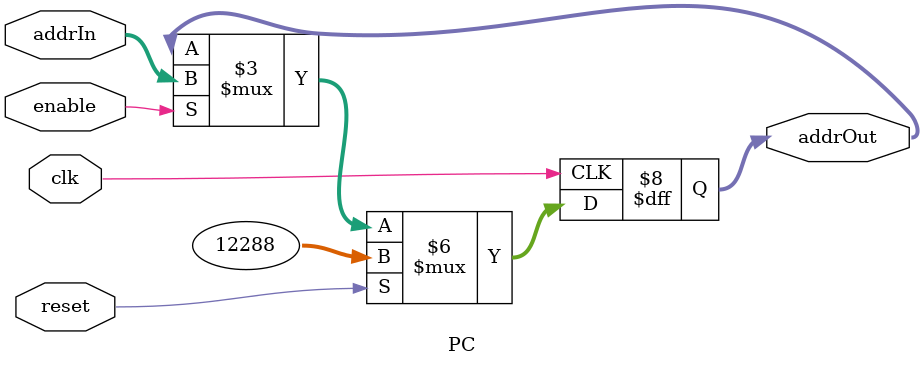
<source format=v>
`timescale 1ns / 1ps

module PC(
    input clk,
    input reset,
    input enable,
    input [31:0] addrIn,
    output reg [31:0] addrOut
    );
    
    initial begin
        addrOut <= 32'h00003000;
    end
    
    always @(posedge clk) begin
        if (reset) begin
            addrOut <= 32'h00003000;
        end
        else if (enable) begin
            addrOut <= addrIn;
        end
    end
    
endmodule

</source>
